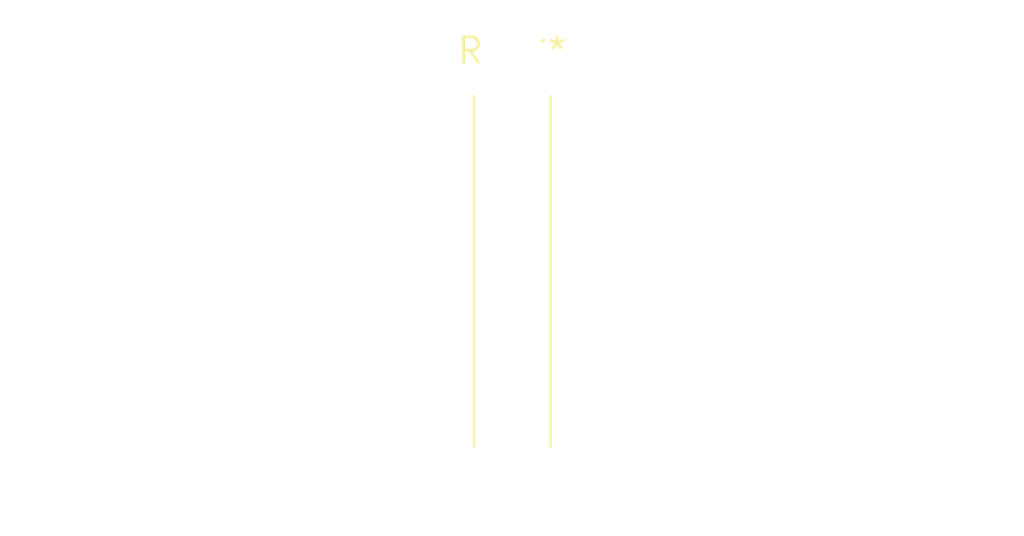
<source format=kicad_pcb>
(kicad_pcb (version 20240108) (generator pcbnew)
  (layers (0 "F.Cu" signal) (31 "B.Cu" signal) (34 "B.Paste" user) (35 "F.Paste" user) (36 "B.SilkS" user "B.Silkscreen") (37 "F.SilkS" user "F.Silkscreen") (38 "B.Mask" user) (39 "F.Mask" user) (44 "Edge.Cuts" user))
  (net 0 "")
  (footprint "SolderWire-2.5sqmm_1x01_D2.4mm_OD3.6mm_Relief" (layer "F.Cu") (at 0 0)
    (property "Reference" "REF**")
    (property "Value" "SolderWire-2.5sqmm_1x01_D2.4mm_OD3.6mm_Relief")
    (fp_line (start -1.91 2.26) (end -1.91 19.69) (layer "F.SilkS") (stroke (width 0.12)))
    (fp_line (start 1.91 2.26) (end 1.91 19.69) (layer "F.SilkS") (stroke (width 0.12)))
    (pad "" np_thru_hole circle (at 0 21.6) (size 4.1 4.1) (drill 4.1) (layers *.Cu *.Mask))
    (pad "1" thru_hole roundrect (at 0 0) (size 4 4) (drill 3) (layers *.Cu *.Mask) (remove_unused_layers) (roundrect_rratio 0.0625))
  )
)
</source>
